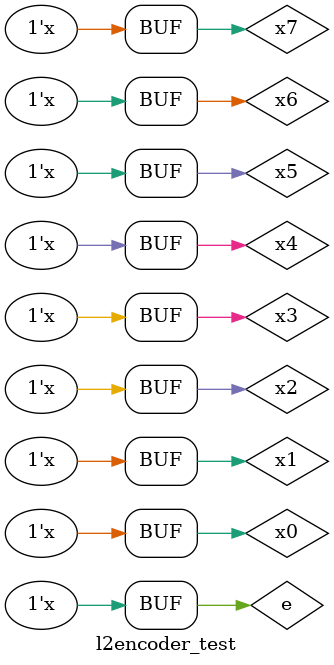
<source format=v>
`timescale 1ns / 1ps


module l2encoder_test;

	// Inputs
	reg x0;
	reg x1;
	reg x2;
	reg x3;
	reg x4;
	reg x5;
	reg x6;
	reg x7;
	reg e;

	// Outputs
	wire y0;
	wire y1;
	wire y2;
	wire v;

	// Instantiate the Unit Under Test (UUT)
	l2encoder uut (
		.x0(x0), 
		.x1(x1), 
		.x2(x2), 
		.x3(x3), 
		.x4(x4), 
		.x5(x5), 
		.x6(x6), 
		.x7(x7), 
		.e(e), 
		.y0(y0),
		.y1(y1), 
		.y2(y2),
      .v(v)		
		
	);

	initial begin
		// Initialize Inputs
		x0 = 0;
		x1 = 0;
		x2 = 0;
		x3 = 0;
		x4 = 0;
		x5 = 0;
		x6 = 0;
		x7 = 0;
		e = 0;
	

		// Wait 100 ns for global reset to finish
		#100;
        
		// Add stimulus here

	end
	always #1 x0 = ~x0;
	always #2 x1 = ~x1;
	always #4 x2 = ~x2;
	always #8 x3 = ~x3;
	always #16 x4 = ~x4;
	always #32 x5 = ~x5;
	always #64 x6 = ~x6;
	always #128 x7 = ~x7;
	always #256 e = ~e;
	
	
      
endmodule


</source>
